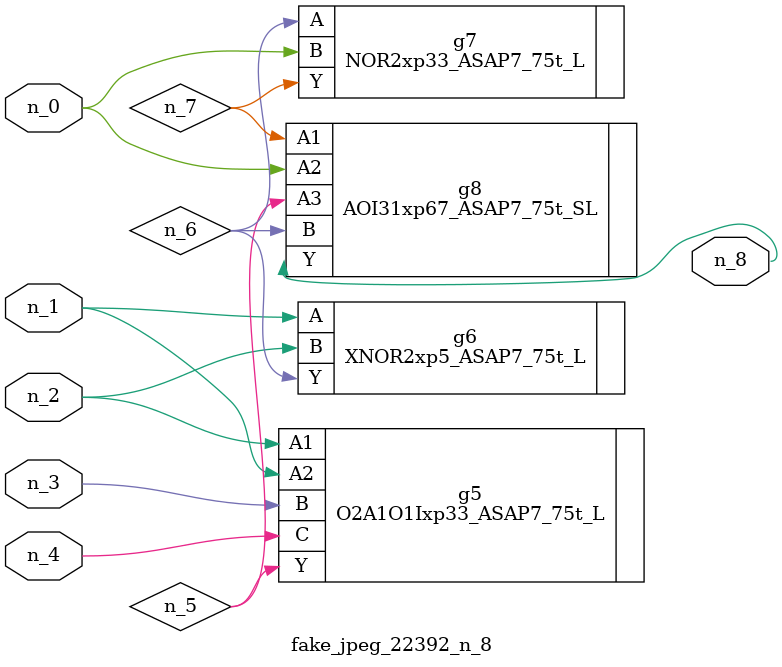
<source format=v>
module fake_jpeg_22392_n_8 (n_3, n_2, n_1, n_0, n_4, n_8);

input n_3;
input n_2;
input n_1;
input n_0;
input n_4;

output n_8;

wire n_6;
wire n_5;
wire n_7;

O2A1O1Ixp33_ASAP7_75t_L g5 ( 
.A1(n_2),
.A2(n_1),
.B(n_3),
.C(n_4),
.Y(n_5)
);

XNOR2xp5_ASAP7_75t_L g6 ( 
.A(n_1),
.B(n_2),
.Y(n_6)
);

NOR2xp33_ASAP7_75t_L g7 ( 
.A(n_6),
.B(n_0),
.Y(n_7)
);

AOI31xp67_ASAP7_75t_SL g8 ( 
.A1(n_7),
.A2(n_0),
.A3(n_5),
.B(n_6),
.Y(n_8)
);


endmodule
</source>
